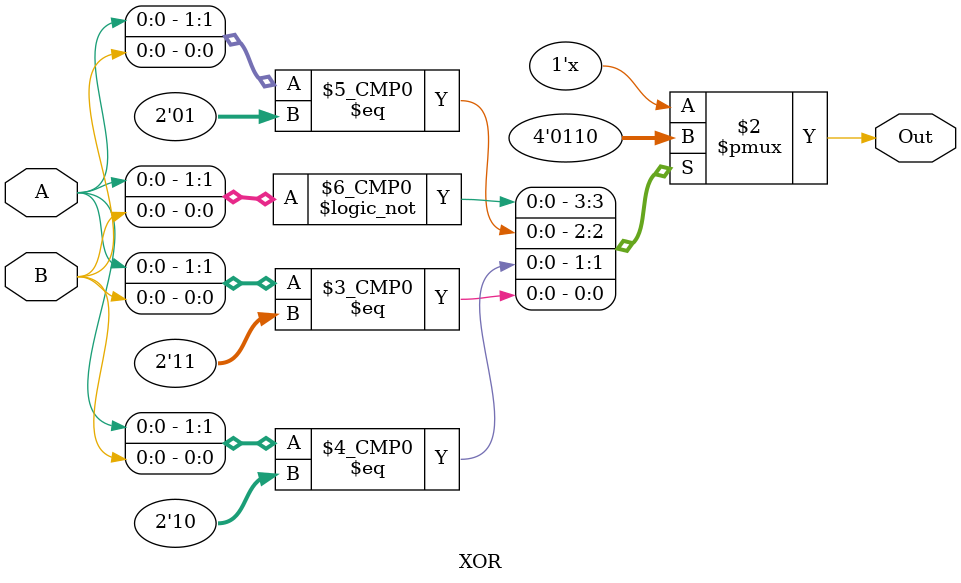
<source format=v>
`timescale 1ns / 1ps

module XOR(
        input A,
        input B,
        output Out
    );
    always @* begin
    case({A,B})
        2'b00: Out = 1'b0;
        2'b01: Out = 1'b1;
        2'b10: Out = 1'b1;
        2'b11: Out = 1'b0;
    endcase
    end
endmodule

</source>
